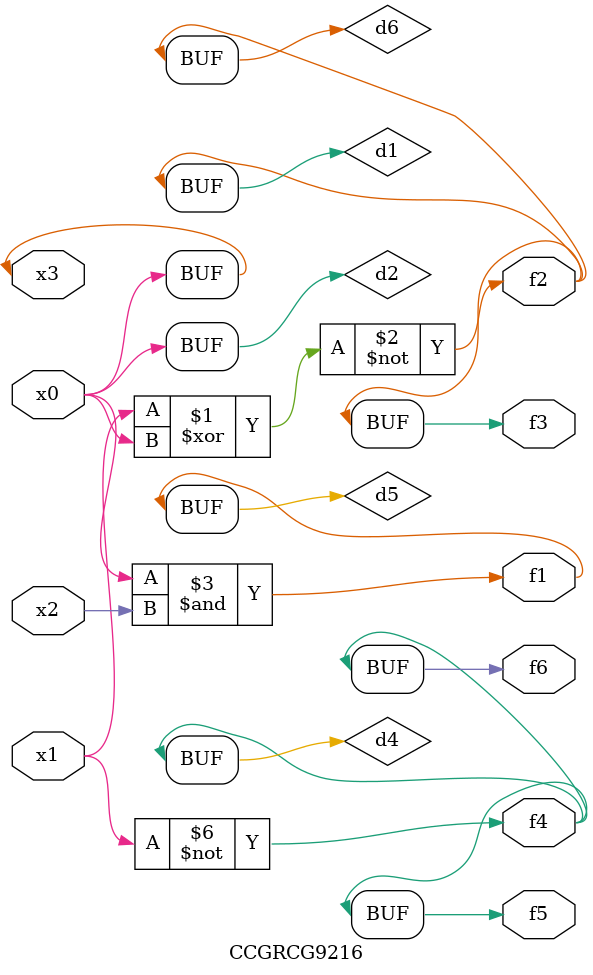
<source format=v>
module CCGRCG9216(
	input x0, x1, x2, x3,
	output f1, f2, f3, f4, f5, f6
);

	wire d1, d2, d3, d4, d5, d6;

	xnor (d1, x1, x3);
	buf (d2, x0, x3);
	nand (d3, x0, x2);
	not (d4, x1);
	nand (d5, d3);
	or (d6, d1);
	assign f1 = d5;
	assign f2 = d6;
	assign f3 = d6;
	assign f4 = d4;
	assign f5 = d4;
	assign f6 = d4;
endmodule

</source>
